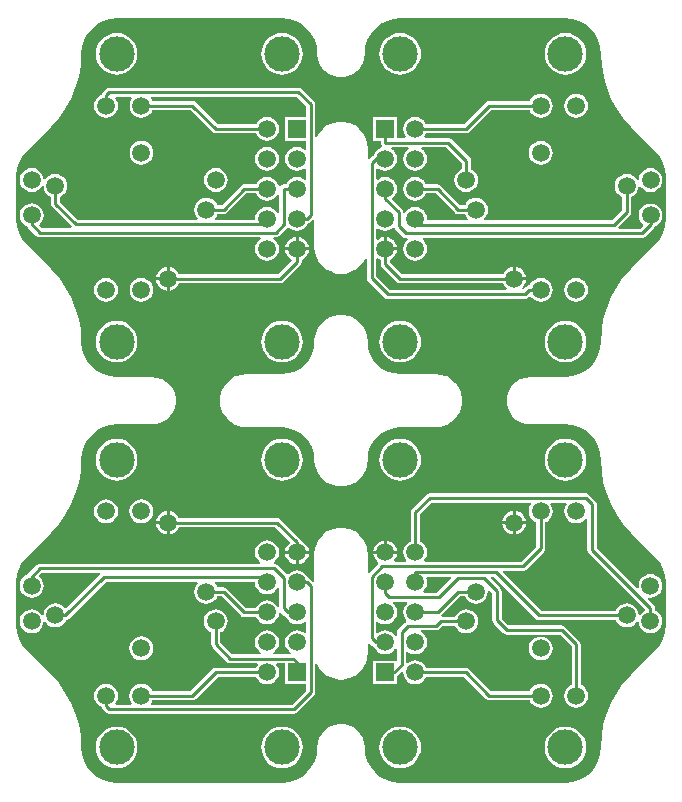
<source format=gbl>
G04*
G04 #@! TF.GenerationSoftware,Altium Limited,Altium Designer,18.1.11 (251)*
G04*
G04 Layer_Physical_Order=2*
G04 Layer_Color=16711680*
%FSLAX25Y25*%
%MOIN*%
G70*
G01*
G75*
%ADD12C,0.01000*%
%ADD18C,0.03937*%
%ADD19C,0.11811*%
%ADD20C,0.05906*%
%ADD21R,0.05906X0.05906*%
G36*
X184658Y332653D02*
X186962Y332426D01*
X189178Y331753D01*
X191220Y330662D01*
X193010Y329193D01*
X194478Y327403D01*
X195570Y325361D01*
X196242Y323146D01*
X196469Y320841D01*
X196641Y319204D01*
X197149Y317639D01*
X197972Y316213D01*
X199074Y314990D01*
X200405Y314022D01*
X201909Y313352D01*
X203519Y313010D01*
X205165Y313010D01*
X206776Y313352D01*
X208279Y314022D01*
X209611Y314989D01*
X210713Y316213D01*
X211536Y317638D01*
X212045Y319204D01*
X212217Y320841D01*
X212444Y323145D01*
X213116Y325361D01*
X214207Y327402D01*
X215676Y329192D01*
X217466Y330661D01*
X219508Y331752D01*
X221724Y332424D01*
X224028Y332651D01*
X279146Y332649D01*
X281450Y332422D01*
X283666Y331750D01*
X285708Y330659D01*
X287498Y329190D01*
X288966Y327400D01*
X290058Y325358D01*
X290730Y323142D01*
X290957Y320838D01*
X291173Y316987D01*
X291819Y313185D01*
X292886Y309479D01*
X294362Y305917D01*
X296227Y302541D01*
X298459Y299396D01*
X301028Y296520D01*
X309150Y288398D01*
X310619Y286608D01*
X311710Y284566D01*
X312382Y282351D01*
X312609Y280047D01*
X312608Y265719D01*
X312381Y263415D01*
X311709Y261199D01*
X310618Y259157D01*
X309149Y257367D01*
X301027Y249246D01*
X298457Y246371D01*
X296225Y243226D01*
X294359Y239850D01*
X292884Y236287D01*
X291816Y232582D01*
X291170Y228780D01*
X290953Y224929D01*
X290726Y222625D01*
X290054Y220409D01*
X288963Y218367D01*
X287494Y216578D01*
X285704Y215109D01*
X283662Y214018D01*
X281446Y213345D01*
X279142Y213119D01*
X267331Y213119D01*
X265694Y212947D01*
X264128Y212438D01*
X262702Y211615D01*
X261479Y210514D01*
X260512Y209182D01*
X259842Y207679D01*
X259500Y206068D01*
X259500Y204422D01*
X259842Y202812D01*
X260511Y201308D01*
X261479Y199977D01*
X262702Y198875D01*
X264128Y198052D01*
X265693Y197543D01*
X267330Y197371D01*
X279141Y197371D01*
X281446Y197143D01*
X283661Y196471D01*
X285703Y195380D01*
X287493Y193911D01*
X288962Y192121D01*
X290053Y190079D01*
X290725Y187863D01*
X290952Y185559D01*
X291168Y181709D01*
X291814Y177907D01*
X292881Y174201D01*
X294357Y170638D01*
X296222Y167262D01*
X298454Y164117D01*
X301024Y161241D01*
X309145Y153120D01*
X310614Y151330D01*
X311705Y149288D01*
X312377Y147072D01*
X312604Y144768D01*
X312603Y130440D01*
X312376Y128136D01*
X311704Y125920D01*
X310613Y123878D01*
X309144Y122089D01*
X301022Y113967D01*
X298452Y111092D01*
X296220Y107947D01*
X294355Y104571D01*
X292879Y101009D01*
X291811Y97303D01*
X291165Y93501D01*
X290948Y89650D01*
X290721Y87346D01*
X290049Y85131D01*
X288958Y83089D01*
X287489Y81299D01*
X285699Y79830D01*
X283657Y78739D01*
X281441Y78067D01*
X279137Y77840D01*
X224019Y77842D01*
X221714Y78069D01*
X219499Y78741D01*
X217457Y79833D01*
X215667Y81301D01*
X214198Y83091D01*
X213107Y85133D01*
X212435Y87349D01*
X212208Y89653D01*
X212036Y91290D01*
X211527Y92856D01*
X210704Y94282D01*
X209603Y95505D01*
X208271Y96473D01*
X206768Y97142D01*
X205157Y97484D01*
X203511Y97484D01*
X201901Y97142D01*
X200397Y96473D01*
X199066Y95505D01*
X197964Y94282D01*
X197141Y92857D01*
X196632Y91291D01*
X196460Y89654D01*
X196233Y87350D01*
X195561Y85134D01*
X194469Y83092D01*
X193000Y81302D01*
X191211Y79834D01*
X189169Y78742D01*
X186953Y78070D01*
X184649Y77843D01*
X129531Y77845D01*
X127226Y78072D01*
X125011Y78745D01*
X122969Y79836D01*
X121179Y81305D01*
X119710Y83095D01*
X118619Y85137D01*
X117947Y87353D01*
X117720Y89657D01*
X117504Y93507D01*
X116858Y97309D01*
X115790Y101015D01*
X114315Y104578D01*
X112450Y107954D01*
X110218Y111099D01*
X107648Y113974D01*
X99527Y122096D01*
X98058Y123886D01*
X96967Y125928D01*
X96295Y128144D01*
X96068Y130448D01*
X96068Y144776D01*
X96295Y147080D01*
X96968Y149295D01*
X98059Y151337D01*
X99528Y153127D01*
X107650Y161249D01*
X110220Y164124D01*
X112452Y167269D01*
X114317Y170644D01*
X115793Y174207D01*
X116861Y177913D01*
X117507Y181715D01*
X117724Y185565D01*
X117950Y187870D01*
X118623Y190085D01*
X119714Y192127D01*
X121183Y193917D01*
X122973Y195386D01*
X125015Y196477D01*
X127231Y197149D01*
X129535Y197376D01*
X141346Y197376D01*
X142983Y197548D01*
X144549Y198056D01*
X145974Y198879D01*
X147198Y199981D01*
X148165Y201312D01*
X148835Y202816D01*
X149177Y204426D01*
X149177Y206072D01*
X148835Y207682D01*
X148166Y209186D01*
X147198Y210518D01*
X145975Y211620D01*
X144549Y212443D01*
X142984Y212951D01*
X141347Y213124D01*
X129535Y213124D01*
X127231Y213351D01*
X125016Y214023D01*
X122974Y215115D01*
X121184Y216584D01*
X119715Y218374D01*
X118624Y220416D01*
X117952Y222631D01*
X117725Y224936D01*
X117509Y228786D01*
X116863Y232588D01*
X115796Y236294D01*
X114320Y239857D01*
X112454Y243232D01*
X110223Y246377D01*
X107653Y249253D01*
X99532Y257375D01*
X98063Y259165D01*
X96972Y261207D01*
X96300Y263423D01*
X96073Y265727D01*
X96073Y280054D01*
X96301Y282359D01*
X96973Y284574D01*
X98064Y286616D01*
X99533Y288406D01*
X107655Y296527D01*
X110225Y299403D01*
X112457Y302548D01*
X114322Y305923D01*
X115798Y309486D01*
X116866Y313192D01*
X117512Y316994D01*
X117728Y320844D01*
X117956Y323148D01*
X118628Y325364D01*
X119719Y327406D01*
X121188Y329196D01*
X122978Y330664D01*
X125020Y331756D01*
X127236Y332428D01*
X129540Y332655D01*
X184658Y332653D01*
D02*
G37*
%LPC*%
G36*
X129540Y327783D02*
X128186Y327649D01*
X128186Y327649D01*
X128186D01*
X126884Y327255D01*
X125684Y326613D01*
X124633Y325750D01*
X123770Y324699D01*
X123129Y323499D01*
X122734Y322198D01*
X122601Y320844D01*
X122734Y319490D01*
X123129Y318188D01*
X123770Y316989D01*
X124633Y315937D01*
X125684Y315074D01*
X126884Y314433D01*
X128186Y314038D01*
X129540Y313905D01*
X130893Y314038D01*
X130893Y314038D01*
X130893D01*
X132195Y314433D01*
X133395Y315074D01*
X134446Y315937D01*
X135309Y316989D01*
X135950Y318188D01*
X136345Y319490D01*
X136478Y320844D01*
X136345Y322198D01*
X135950Y323499D01*
X135309Y324699D01*
X134446Y325750D01*
X133395Y326613D01*
X132195Y327255D01*
X130893Y327649D01*
X129540Y327783D01*
D02*
G37*
G36*
X184658Y327781D02*
X183304Y327647D01*
X182002Y327253D01*
X180803Y326611D01*
X179751Y325748D01*
X178888Y324697D01*
X178247Y323497D01*
X177852Y322196D01*
X177719Y320842D01*
X177852Y319488D01*
X178247Y318186D01*
X178888Y316987D01*
X179751Y315935D01*
X180803Y315072D01*
X182002Y314431D01*
X183304Y314036D01*
X184658Y313903D01*
X186011Y314036D01*
X187313Y314431D01*
X188513Y315072D01*
X189564Y315935D01*
X190427Y316987D01*
X191068Y318186D01*
X191463Y319488D01*
X191596Y320842D01*
X191463Y322196D01*
X191068Y323497D01*
X190427Y324697D01*
X189564Y325748D01*
X188513Y326611D01*
X187313Y327253D01*
X186011Y327647D01*
X184658Y327781D01*
D02*
G37*
G36*
X224028Y327779D02*
X222674Y327646D01*
X221372Y327251D01*
X220173Y326610D01*
X219121Y325747D01*
X218258Y324695D01*
X217617Y323496D01*
X217222Y322194D01*
X217089Y320840D01*
X217222Y319487D01*
X217617Y318185D01*
X218258Y316985D01*
X219121Y315934D01*
X220173Y315071D01*
X221372Y314430D01*
X222674Y314035D01*
X224028Y313901D01*
X225381Y314035D01*
X226683Y314430D01*
X227883Y315071D01*
X228934Y315934D01*
X229797Y316985D01*
X230438Y318185D01*
X230833Y319487D01*
X230967Y320840D01*
X230833Y322194D01*
X230438Y323496D01*
X229797Y324695D01*
X228934Y325747D01*
X227883Y326610D01*
X226683Y327251D01*
X225381Y327646D01*
X224028Y327779D01*
D02*
G37*
G36*
X279146Y327777D02*
X277792Y327644D01*
X276490Y327249D01*
X275291Y326608D01*
X274239Y325745D01*
X273376Y324693D01*
X272735Y323494D01*
X272340Y322192D01*
X272207Y320838D01*
X272207Y320838D01*
X272207Y320838D01*
X272340Y319485D01*
X272735Y318183D01*
X273376Y316983D01*
X274239Y315932D01*
X275291Y315069D01*
X276490Y314428D01*
X277792Y314033D01*
X279146Y313899D01*
X280500Y314033D01*
X281801Y314428D01*
X283001Y315069D01*
X284052Y315932D01*
X284915Y316983D01*
X285557Y318183D01*
X285951Y319485D01*
X286085Y320838D01*
X286085Y320838D01*
X286085Y320838D01*
X285951Y322192D01*
X285557Y323494D01*
X284915Y324693D01*
X284052Y325745D01*
X283001Y326608D01*
X281801Y327249D01*
X280500Y327644D01*
X279146Y327777D01*
D02*
G37*
G36*
X282688Y307580D02*
X281656Y307444D01*
X280695Y307046D01*
X279869Y306412D01*
X279235Y305586D01*
X278837Y304625D01*
X278701Y303593D01*
X278837Y302561D01*
X279235Y301600D01*
X279869Y300774D01*
X280695Y300140D01*
X281656Y299742D01*
X282688Y299606D01*
X283720Y299742D01*
X284681Y300140D01*
X285507Y300774D01*
X286141Y301600D01*
X286539Y302561D01*
X286675Y303593D01*
X286539Y304625D01*
X286141Y305586D01*
X285507Y306412D01*
X284681Y307046D01*
X283720Y307444D01*
X282688Y307580D01*
D02*
G37*
G36*
X190100Y309629D02*
X127000D01*
X126415Y309513D01*
X125919Y309181D01*
X124914Y308176D01*
X124582Y307680D01*
X124498Y307256D01*
X124002Y307050D01*
X123176Y306417D01*
X122542Y305591D01*
X122144Y304630D01*
X122008Y303598D01*
X122144Y302566D01*
X122542Y301604D01*
X123176Y300779D01*
X124002Y300145D01*
X124963Y299747D01*
X125995Y299611D01*
X127027Y299747D01*
X127988Y300145D01*
X128814Y300779D01*
X129448Y301604D01*
X129846Y302566D01*
X129982Y303598D01*
X129846Y304630D01*
X129448Y305591D01*
X129080Y306071D01*
X129326Y306571D01*
X134475D01*
X134721Y306071D01*
X134353Y305591D01*
X133955Y304630D01*
X133819Y303598D01*
X133955Y302566D01*
X134353Y301604D01*
X134987Y300779D01*
X135813Y300145D01*
X136774Y299747D01*
X137806Y299611D01*
X138838Y299747D01*
X139799Y300145D01*
X140625Y300779D01*
X141259Y301604D01*
X141451Y302068D01*
X154166D01*
X161475Y294760D01*
X161971Y294429D01*
X162556Y294312D01*
X176013D01*
X176205Y293848D01*
X176839Y293023D01*
X177664Y292389D01*
X178626Y291991D01*
X179658Y291855D01*
X180690Y291991D01*
X181651Y292389D01*
X182477Y293023D01*
X183110Y293848D01*
X183509Y294810D01*
X183644Y295842D01*
X183509Y296874D01*
X183110Y297835D01*
X182477Y298661D01*
X181651Y299294D01*
X180690Y299693D01*
X179658Y299829D01*
X178626Y299693D01*
X177664Y299294D01*
X176839Y298661D01*
X176205Y297835D01*
X176013Y297371D01*
X163189D01*
X155881Y304679D01*
X155385Y305011D01*
X154800Y305127D01*
X141451D01*
X141259Y305591D01*
X140891Y306071D01*
X141138Y306571D01*
X189467D01*
X192671Y303366D01*
Y299795D01*
X185705D01*
Y291889D01*
X192671D01*
Y289142D01*
X192171Y288896D01*
X191651Y289295D01*
X190690Y289693D01*
X189658Y289829D01*
X188626Y289693D01*
X187664Y289295D01*
X186838Y288661D01*
X186205Y287835D01*
X185807Y286874D01*
X185671Y285842D01*
X185807Y284810D01*
X186205Y283848D01*
X186838Y283023D01*
X187664Y282389D01*
X188626Y281991D01*
X189658Y281855D01*
X190690Y281991D01*
X191651Y282389D01*
X192171Y282788D01*
X192671Y282541D01*
Y279142D01*
X192171Y278896D01*
X191651Y279294D01*
X190690Y279693D01*
X189658Y279829D01*
X188626Y279693D01*
X187664Y279294D01*
X186838Y278661D01*
X186205Y277835D01*
X186013Y277371D01*
X185200D01*
X184615Y277255D01*
X184119Y276923D01*
X184025Y276783D01*
X183588Y276860D01*
X183499Y276896D01*
X183110Y277835D01*
X182477Y278661D01*
X181651Y279294D01*
X180690Y279693D01*
X179658Y279829D01*
X178626Y279693D01*
X177664Y279294D01*
X176839Y278661D01*
X176205Y277835D01*
X176013Y277371D01*
X172042D01*
X171457Y277255D01*
X170960Y276923D01*
X164519Y270482D01*
X163026D01*
X162833Y270946D01*
X162200Y271771D01*
X161374Y272405D01*
X160413Y272803D01*
X159381Y272939D01*
X158349Y272803D01*
X157387Y272405D01*
X156562Y271771D01*
X155928Y270946D01*
X155530Y269984D01*
X155394Y268952D01*
X155530Y267920D01*
X155928Y266959D01*
X156562Y266133D01*
X156601Y266103D01*
X156440Y265629D01*
X116633D01*
X110674Y271589D01*
Y273181D01*
X111138Y273374D01*
X111964Y274007D01*
X112597Y274833D01*
X112996Y275794D01*
X113131Y276826D01*
X112996Y277858D01*
X112597Y278820D01*
X111964Y279645D01*
X111138Y280279D01*
X110177Y280677D01*
X109145Y280813D01*
X108113Y280677D01*
X107151Y280279D01*
X106325Y279645D01*
X105692Y278820D01*
X105205Y278846D01*
X105169Y278865D01*
X105043Y279826D01*
X104645Y280788D01*
X104011Y281614D01*
X103185Y282247D01*
X102224Y282646D01*
X101192Y282782D01*
X100160Y282646D01*
X99198Y282247D01*
X98373Y281614D01*
X97739Y280788D01*
X97341Y279826D01*
X97205Y278795D01*
X97341Y277763D01*
X97739Y276801D01*
X98373Y275975D01*
X99198Y275342D01*
X100160Y274944D01*
X101192Y274808D01*
X102224Y274944D01*
X103185Y275342D01*
X104011Y275975D01*
X104645Y276801D01*
X105132Y276775D01*
X105167Y276756D01*
X105294Y275794D01*
X105692Y274833D01*
X106325Y274007D01*
X107151Y273374D01*
X107615Y273181D01*
Y270955D01*
X107732Y270370D01*
X108063Y269874D01*
X114608Y263329D01*
X114401Y262829D01*
X104525D01*
X103815Y263540D01*
X103847Y264039D01*
X104011Y264164D01*
X104645Y264990D01*
X105043Y265952D01*
X105179Y266984D01*
X105043Y268016D01*
X104645Y268977D01*
X104011Y269803D01*
X103185Y270436D01*
X102224Y270835D01*
X101192Y270971D01*
X100160Y270835D01*
X99198Y270436D01*
X98373Y269803D01*
X97739Y268977D01*
X97341Y268016D01*
X97205Y266984D01*
X97341Y265952D01*
X97739Y264990D01*
X98373Y264164D01*
X99198Y263531D01*
X99894Y263243D01*
X100110Y262919D01*
X102810Y260219D01*
X103306Y259887D01*
X103892Y259771D01*
X177375D01*
X177636Y259324D01*
X177633Y259271D01*
X176839Y258661D01*
X176205Y257835D01*
X175807Y256874D01*
X175671Y255842D01*
X175807Y254810D01*
X176205Y253848D01*
X176839Y253023D01*
X177664Y252389D01*
X178626Y251991D01*
X179658Y251855D01*
X180690Y251991D01*
X181651Y252389D01*
X182477Y253023D01*
X183110Y253848D01*
X183509Y254810D01*
X183644Y255842D01*
X183509Y256874D01*
X183110Y257835D01*
X182477Y258661D01*
X181682Y259271D01*
X181680Y259324D01*
X181940Y259771D01*
X182500D01*
X183085Y259887D01*
X183581Y260219D01*
X186281Y262919D01*
X186340Y263006D01*
X186580Y263014D01*
X186914Y262965D01*
X187664Y262389D01*
X188626Y261991D01*
X189658Y261855D01*
X190690Y261991D01*
X191651Y262389D01*
X192477Y263023D01*
X193110Y263848D01*
X193326Y264369D01*
X193627Y264429D01*
X194123Y264760D01*
X194947Y265584D01*
X195447Y265377D01*
X195447Y256429D01*
X195457Y256376D01*
X195452Y256322D01*
X195624Y254685D01*
X195656Y254583D01*
X195669Y254477D01*
X196177Y252911D01*
X196230Y252818D01*
X196264Y252716D01*
X197087Y251291D01*
X197157Y251210D01*
X197212Y251118D01*
X198314Y249895D01*
X198399Y249831D01*
X198472Y249752D01*
X199804Y248785D01*
X199901Y248740D01*
X199988Y248678D01*
X201492Y248008D01*
X201596Y247985D01*
X201695Y247943D01*
X203305Y247600D01*
X203412Y247599D01*
X203517Y247578D01*
X205163Y247578D01*
X205268Y247599D01*
X205375Y247600D01*
X206985Y247942D01*
X207084Y247985D01*
X207188Y248008D01*
X208692Y248678D01*
X208779Y248740D01*
X208876Y248784D01*
X210208Y249752D01*
X210281Y249830D01*
X210367Y249894D01*
X211468Y251118D01*
X211523Y251210D01*
X211593Y251290D01*
X212240Y252411D01*
X212847Y252589D01*
X212896Y252574D01*
X212971Y252525D01*
Y246200D01*
X213087Y245615D01*
X213419Y245119D01*
X218919Y239619D01*
X219415Y239287D01*
X220000Y239171D01*
X265524D01*
X266110Y239287D01*
X266606Y239619D01*
X266993Y240006D01*
X267621Y239926D01*
X268058Y239356D01*
X268884Y238723D01*
X269845Y238325D01*
X270877Y238189D01*
X271909Y238325D01*
X272870Y238723D01*
X273696Y239356D01*
X274330Y240182D01*
X274728Y241144D01*
X274864Y242176D01*
X274728Y243208D01*
X274330Y244169D01*
X273696Y244995D01*
X272870Y245628D01*
X271909Y246027D01*
X270877Y246163D01*
X269845Y246027D01*
X268884Y245628D01*
X268058Y244995D01*
X267424Y244169D01*
X267232Y243705D01*
X267000D01*
X266415Y243589D01*
X265919Y243257D01*
X265053Y242392D01*
X264837Y242426D01*
X264703Y242954D01*
X264838Y243057D01*
X265471Y243883D01*
X265870Y244845D01*
X265940Y245376D01*
X262019D01*
Y245876D01*
X261519D01*
Y249797D01*
X260987Y249727D01*
X260025Y249329D01*
X259200Y248695D01*
X258566Y247870D01*
X258374Y247406D01*
X224634D01*
X220557Y251482D01*
Y252197D01*
X221021Y252389D01*
X221847Y253023D01*
X222481Y253848D01*
X222879Y254810D01*
X222949Y255342D01*
X219028D01*
Y255842D01*
X218528D01*
Y259763D01*
X217996Y259693D01*
X217034Y259295D01*
X216529Y258907D01*
X216029Y259154D01*
Y262530D01*
X216529Y262777D01*
X217034Y262389D01*
X217996Y261991D01*
X219028Y261855D01*
X220060Y261991D01*
X221021Y262389D01*
X221594Y262829D01*
X221679Y262844D01*
X222196Y262733D01*
X222225Y262708D01*
X222419Y262419D01*
X224919Y259919D01*
X225415Y259587D01*
X226000Y259471D01*
X226443D01*
X226612Y258971D01*
X226209Y258661D01*
X225575Y257835D01*
X225177Y256874D01*
X225041Y255842D01*
X225177Y254810D01*
X225575Y253848D01*
X226209Y253023D01*
X227034Y252389D01*
X227996Y251991D01*
X229028Y251855D01*
X230060Y251991D01*
X231021Y252389D01*
X231847Y253023D01*
X232481Y253848D01*
X232879Y254810D01*
X233015Y255842D01*
X232879Y256874D01*
X232481Y257835D01*
X231847Y258661D01*
X231443Y258971D01*
X231613Y259471D01*
X304491D01*
X305076Y259587D01*
X305572Y259919D01*
X308572Y262919D01*
X308785Y263236D01*
X309484Y263526D01*
X310310Y264160D01*
X310944Y264985D01*
X311342Y265947D01*
X311478Y266979D01*
X311342Y268011D01*
X310944Y268972D01*
X310310Y269798D01*
X309484Y270431D01*
X308523Y270830D01*
X307491Y270966D01*
X306459Y270830D01*
X305498Y270431D01*
X304672Y269798D01*
X304038Y268972D01*
X303640Y268011D01*
X303504Y266979D01*
X303640Y265947D01*
X304038Y264985D01*
X304672Y264160D01*
X304833Y264036D01*
X304865Y263537D01*
X303857Y262529D01*
X296938D01*
X296731Y263029D01*
X300620Y266919D01*
X300951Y267415D01*
X301068Y268000D01*
Y273176D01*
X301532Y273369D01*
X302358Y274002D01*
X302991Y274828D01*
X303389Y275789D01*
X303516Y276751D01*
X303551Y276770D01*
X304038Y276796D01*
X304672Y275971D01*
X305498Y275337D01*
X306459Y274939D01*
X307491Y274803D01*
X308523Y274939D01*
X309484Y275337D01*
X310310Y275971D01*
X310944Y276796D01*
X311342Y277758D01*
X311478Y278790D01*
X311342Y279822D01*
X310944Y280783D01*
X310310Y281609D01*
X309484Y282242D01*
X308523Y282641D01*
X307491Y282777D01*
X306459Y282641D01*
X305498Y282242D01*
X304672Y281609D01*
X304038Y280783D01*
X303640Y279822D01*
X303513Y278860D01*
X303478Y278841D01*
X302991Y278815D01*
X302358Y279640D01*
X301532Y280274D01*
X300570Y280672D01*
X299538Y280808D01*
X298506Y280672D01*
X297545Y280274D01*
X296719Y279640D01*
X296086Y278815D01*
X295687Y277853D01*
X295551Y276821D01*
X295687Y275789D01*
X296086Y274828D01*
X296719Y274002D01*
X297545Y273369D01*
X298009Y273176D01*
Y268634D01*
X294805Y265429D01*
X252032D01*
X251862Y265929D01*
X252121Y266128D01*
X252755Y266954D01*
X253153Y267915D01*
X253289Y268947D01*
X253153Y269979D01*
X252755Y270941D01*
X252121Y271766D01*
X251296Y272400D01*
X250334Y272798D01*
X249302Y272934D01*
X248270Y272798D01*
X247309Y272400D01*
X246483Y271766D01*
X245849Y270941D01*
X245657Y270477D01*
X244028D01*
X237581Y276923D01*
X237085Y277255D01*
X236500Y277371D01*
X232673D01*
X232481Y277835D01*
X231847Y278661D01*
X231021Y279294D01*
X230060Y279693D01*
X229028Y279829D01*
X227996Y279693D01*
X227034Y279294D01*
X226209Y278661D01*
X225575Y277835D01*
X225177Y276874D01*
X225041Y275842D01*
X225177Y274810D01*
X225575Y273848D01*
X226209Y273023D01*
X227034Y272389D01*
X227996Y271991D01*
X229028Y271855D01*
X230060Y271991D01*
X231021Y272389D01*
X231847Y273023D01*
X232481Y273848D01*
X232673Y274312D01*
X235866D01*
X242313Y267866D01*
X242809Y267534D01*
X243395Y267418D01*
X245657D01*
X245849Y266954D01*
X246483Y266128D01*
X246742Y265929D01*
X246572Y265429D01*
X233340D01*
X233010Y265805D01*
X233015Y265842D01*
X232879Y266874D01*
X232481Y267835D01*
X231847Y268661D01*
X231021Y269295D01*
X230060Y269693D01*
X229028Y269829D01*
X227996Y269693D01*
X227034Y269295D01*
X226209Y268661D01*
X225575Y267835D01*
X225529Y267725D01*
X225029Y267824D01*
Y268000D01*
X224913Y268585D01*
X224581Y269081D01*
X221432Y272231D01*
X221465Y272730D01*
X221847Y273023D01*
X222481Y273848D01*
X222879Y274810D01*
X223015Y275842D01*
X222879Y276874D01*
X222481Y277835D01*
X221847Y278661D01*
X221021Y279294D01*
X220060Y279693D01*
X219028Y279829D01*
X217996Y279693D01*
X217034Y279294D01*
X216529Y278907D01*
X216029Y279154D01*
Y282530D01*
X216529Y282777D01*
X217034Y282389D01*
X217996Y281991D01*
X219028Y281855D01*
X220060Y281991D01*
X221021Y282389D01*
X221847Y283023D01*
X222481Y283848D01*
X222879Y284810D01*
X223015Y285842D01*
X222879Y286874D01*
X222481Y287835D01*
X221847Y288661D01*
X221052Y289271D01*
X221050Y289324D01*
X221310Y289771D01*
X226745D01*
X227006Y289324D01*
X227003Y289271D01*
X226209Y288661D01*
X225575Y287835D01*
X225177Y286874D01*
X225041Y285842D01*
X225177Y284810D01*
X225575Y283848D01*
X226209Y283023D01*
X227034Y282389D01*
X227996Y281991D01*
X229028Y281855D01*
X230060Y281991D01*
X231021Y282389D01*
X231847Y283023D01*
X232481Y283848D01*
X232879Y284810D01*
X233015Y285842D01*
X232879Y286874D01*
X232481Y287835D01*
X231847Y288661D01*
X231052Y289271D01*
X231050Y289324D01*
X231310Y289771D01*
X239367D01*
X244544Y284593D01*
Y282435D01*
X244080Y282242D01*
X243255Y281609D01*
X242621Y280783D01*
X242223Y279822D01*
X242087Y278790D01*
X242223Y277758D01*
X242621Y276796D01*
X243255Y275971D01*
X244080Y275337D01*
X245042Y274939D01*
X246074Y274803D01*
X247106Y274939D01*
X248067Y275337D01*
X248893Y275971D01*
X249527Y276796D01*
X249925Y277758D01*
X250061Y278790D01*
X249925Y279822D01*
X249527Y280783D01*
X248893Y281609D01*
X248067Y282242D01*
X247603Y282435D01*
Y285226D01*
X247487Y285811D01*
X247155Y286308D01*
X241081Y292381D01*
X240585Y292713D01*
X240000Y292829D01*
X232329D01*
X232082Y293329D01*
X232481Y293848D01*
X232673Y294312D01*
X246000D01*
X246585Y294429D01*
X247081Y294760D01*
X254385Y302064D01*
X267232D01*
X267424Y301600D01*
X268058Y300774D01*
X268884Y300140D01*
X269845Y299742D01*
X270877Y299606D01*
X271909Y299742D01*
X272870Y300140D01*
X273696Y300774D01*
X274330Y301600D01*
X274728Y302561D01*
X274864Y303593D01*
X274728Y304625D01*
X274330Y305586D01*
X273696Y306412D01*
X272870Y307046D01*
X271909Y307444D01*
X270877Y307580D01*
X269845Y307444D01*
X268884Y307046D01*
X268058Y306412D01*
X267424Y305586D01*
X267232Y305122D01*
X253751D01*
X253166Y305006D01*
X252670Y304674D01*
X245367Y297371D01*
X232673D01*
X232481Y297835D01*
X231847Y298661D01*
X231021Y299294D01*
X230060Y299693D01*
X229028Y299829D01*
X227996Y299693D01*
X227034Y299294D01*
X226209Y298661D01*
X225575Y297835D01*
X225177Y296874D01*
X225041Y295842D01*
X225177Y294810D01*
X225575Y293848D01*
X225973Y293329D01*
X225727Y292829D01*
X222980D01*
Y299795D01*
X215075D01*
Y291889D01*
X217498D01*
Y291300D01*
X217615Y290715D01*
X217946Y290219D01*
X217981Y290195D01*
X217988Y289969D01*
X217896Y289651D01*
X217034Y289295D01*
X216209Y288661D01*
X215575Y287835D01*
X215304Y287181D01*
X214919Y286923D01*
X213735Y285740D01*
X213235Y285947D01*
X213235Y289345D01*
X213225Y289398D01*
X213229Y289451D01*
X213057Y291088D01*
X213026Y291191D01*
X213013Y291297D01*
X212505Y292862D01*
X212452Y292956D01*
X212418Y293057D01*
X211595Y294483D01*
X211524Y294563D01*
X211470Y294655D01*
X210368Y295879D01*
X210282Y295942D01*
X210210Y296021D01*
X208878Y296989D01*
X208781Y297034D01*
X208694Y297095D01*
X207190Y297765D01*
X207085Y297789D01*
X206987Y297831D01*
X205377Y298173D01*
X205270Y298175D01*
X205165Y298195D01*
X203519Y298196D01*
X203414Y298175D01*
X203307Y298173D01*
X201697Y297831D01*
X201598Y297789D01*
X201494Y297765D01*
X199990Y297096D01*
X199903Y297034D01*
X199805Y296989D01*
X198474Y296022D01*
X198401Y295943D01*
X198315Y295879D01*
X197214Y294656D01*
X197159Y294564D01*
X197089Y294483D01*
X196265Y293058D01*
X196231Y292956D01*
X196229Y292954D01*
X195729Y292997D01*
Y304000D01*
X195613Y304585D01*
X195281Y305081D01*
X191181Y309181D01*
X190685Y309513D01*
X190100Y309629D01*
D02*
G37*
G36*
X137806Y291837D02*
X136774Y291701D01*
X135813Y291302D01*
X134987Y290669D01*
X134353Y289843D01*
X133955Y288882D01*
X133819Y287850D01*
X133955Y286818D01*
X134353Y285856D01*
X134987Y285031D01*
X135813Y284397D01*
X136774Y283999D01*
X137806Y283863D01*
X138838Y283999D01*
X139799Y284397D01*
X140625Y285031D01*
X141259Y285856D01*
X141657Y286818D01*
X141793Y287850D01*
X141657Y288882D01*
X141259Y289843D01*
X140625Y290669D01*
X139799Y291302D01*
X138838Y291701D01*
X137806Y291837D01*
D02*
G37*
G36*
X270877Y291832D02*
X269845Y291696D01*
X268884Y291298D01*
X268058Y290664D01*
X267424Y289838D01*
X267026Y288877D01*
X266890Y287845D01*
X267026Y286813D01*
X267424Y285851D01*
X268058Y285026D01*
X268884Y284392D01*
X269845Y283994D01*
X270877Y283858D01*
X271909Y283994D01*
X272870Y284392D01*
X273696Y285026D01*
X274330Y285851D01*
X274728Y286813D01*
X274864Y287845D01*
X274728Y288877D01*
X274330Y289838D01*
X273696Y290664D01*
X272870Y291298D01*
X271909Y291696D01*
X270877Y291832D01*
D02*
G37*
G36*
X179658Y289829D02*
X178626Y289693D01*
X177664Y289295D01*
X176839Y288661D01*
X176205Y287835D01*
X175807Y286874D01*
X175671Y285842D01*
X175807Y284810D01*
X176205Y283848D01*
X176839Y283023D01*
X177664Y282389D01*
X178626Y281991D01*
X179658Y281855D01*
X180690Y281991D01*
X181651Y282389D01*
X182477Y283023D01*
X183110Y283848D01*
X183509Y284810D01*
X183644Y285842D01*
X183509Y286874D01*
X183110Y287835D01*
X182477Y288661D01*
X181651Y289295D01*
X180690Y289693D01*
X179658Y289829D01*
D02*
G37*
G36*
X162609Y282782D02*
X161577Y282646D01*
X160616Y282247D01*
X159790Y281614D01*
X159157Y280788D01*
X158758Y279826D01*
X158622Y278795D01*
X158758Y277763D01*
X159157Y276801D01*
X159790Y275975D01*
X160616Y275342D01*
X161577Y274944D01*
X162609Y274808D01*
X163641Y274944D01*
X164603Y275342D01*
X165428Y275975D01*
X166062Y276801D01*
X166460Y277763D01*
X166596Y278795D01*
X166460Y279826D01*
X166062Y280788D01*
X165428Y281614D01*
X164603Y282247D01*
X163641Y282646D01*
X162609Y282782D01*
D02*
G37*
G36*
X219528Y259763D02*
Y256342D01*
X222949D01*
X222879Y256874D01*
X222481Y257835D01*
X221847Y258661D01*
X221021Y259295D01*
X220060Y259693D01*
X219528Y259763D01*
D02*
G37*
G36*
X190158D02*
Y256342D01*
X193579D01*
X193509Y256874D01*
X193110Y257835D01*
X192477Y258661D01*
X191651Y259295D01*
X190690Y259693D01*
X190158Y259763D01*
D02*
G37*
G36*
X189158D02*
X188626Y259693D01*
X187664Y259295D01*
X186838Y258661D01*
X186205Y257835D01*
X185807Y256874D01*
X185737Y256342D01*
X189158D01*
Y259763D01*
D02*
G37*
G36*
X193579Y255342D02*
X189658D01*
X185737D01*
X185807Y254810D01*
X186205Y253848D01*
X186838Y253023D01*
X187664Y252389D01*
X187703Y252373D01*
X187820Y251783D01*
X183448Y247411D01*
X150309D01*
X150117Y247875D01*
X149483Y248700D01*
X148658Y249334D01*
X147696Y249732D01*
X147164Y249802D01*
Y245881D01*
Y241960D01*
X147696Y242030D01*
X148658Y242428D01*
X149483Y243062D01*
X150117Y243888D01*
X150309Y244352D01*
X184081D01*
X184667Y244468D01*
X185163Y244800D01*
X190739Y250376D01*
X191071Y250872D01*
X191187Y251458D01*
Y252197D01*
X191651Y252389D01*
X192477Y253023D01*
X193110Y253848D01*
X193509Y254810D01*
X193579Y255342D01*
D02*
G37*
G36*
X146164Y249802D02*
X145632Y249732D01*
X144671Y249334D01*
X143845Y248700D01*
X143211Y247875D01*
X142813Y246913D01*
X142743Y246381D01*
X146164D01*
Y249802D01*
D02*
G37*
G36*
X262519Y249797D02*
Y246376D01*
X265940D01*
X265870Y246908D01*
X265471Y247870D01*
X264838Y248695D01*
X264012Y249329D01*
X263051Y249727D01*
X262519Y249797D01*
D02*
G37*
G36*
X146164Y245381D02*
X142743D01*
X142813Y244849D01*
X143211Y243888D01*
X143845Y243062D01*
X144671Y242428D01*
X145632Y242030D01*
X146164Y241960D01*
Y245381D01*
D02*
G37*
G36*
X137806Y246167D02*
X136774Y246031D01*
X135813Y245633D01*
X134987Y245000D01*
X134353Y244174D01*
X133955Y243212D01*
X133819Y242180D01*
X133955Y241148D01*
X134353Y240187D01*
X134987Y239361D01*
X135813Y238728D01*
X136774Y238329D01*
X137806Y238193D01*
X138838Y238329D01*
X139799Y238728D01*
X140625Y239361D01*
X141259Y240187D01*
X141657Y241148D01*
X141793Y242180D01*
X141657Y243212D01*
X141259Y244174D01*
X140625Y245000D01*
X139799Y245633D01*
X138838Y246031D01*
X137806Y246167D01*
D02*
G37*
G36*
X125995D02*
X124963Y246031D01*
X124002Y245633D01*
X123176Y245000D01*
X122542Y244174D01*
X122144Y243212D01*
X122008Y242180D01*
X122144Y241148D01*
X122542Y240187D01*
X123176Y239361D01*
X124002Y238728D01*
X124963Y238329D01*
X125995Y238193D01*
X127027Y238329D01*
X127988Y238728D01*
X128814Y239361D01*
X129448Y240187D01*
X129846Y241148D01*
X129982Y242180D01*
X129846Y243212D01*
X129448Y244174D01*
X128814Y245000D01*
X127988Y245633D01*
X127027Y246031D01*
X125995Y246167D01*
D02*
G37*
G36*
X282688Y246163D02*
X281656Y246027D01*
X280695Y245628D01*
X279869Y244995D01*
X279235Y244169D01*
X278837Y243208D01*
X278701Y242176D01*
X278837Y241144D01*
X279235Y240182D01*
X279869Y239356D01*
X280695Y238723D01*
X281656Y238325D01*
X282688Y238189D01*
X283720Y238325D01*
X284681Y238723D01*
X285507Y239356D01*
X286141Y240182D01*
X286539Y241144D01*
X286675Y242176D01*
X286539Y243208D01*
X286141Y244169D01*
X285507Y244995D01*
X284681Y245628D01*
X283720Y246027D01*
X282688Y246163D01*
D02*
G37*
G36*
X129536Y231874D02*
X128182Y231741D01*
X126881Y231346D01*
X125681Y230705D01*
X124629Y229842D01*
X123767Y228790D01*
X123125Y227591D01*
X122730Y226289D01*
X122730Y226289D01*
X122597Y224935D01*
X122730Y223581D01*
X123125Y222280D01*
X123767Y221080D01*
X124629Y220028D01*
X125681Y219166D01*
X126881Y218524D01*
X128182Y218129D01*
X129536Y217996D01*
X130890Y218129D01*
X132191Y218524D01*
X133391Y219166D01*
X134442Y220028D01*
X135306Y221080D01*
X135947Y222280D01*
X136342Y223581D01*
X136342Y223582D01*
X136475Y224935D01*
X136342Y226289D01*
X135947Y227591D01*
X135306Y228790D01*
X134443Y229842D01*
X133391Y230705D01*
X132191Y231346D01*
X130890Y231741D01*
X129536Y231874D01*
D02*
G37*
G36*
X184654Y231872D02*
X183300Y231739D01*
X181999Y231344D01*
X180799Y230703D01*
X179747Y229840D01*
X178885Y228788D01*
X178243Y227589D01*
X177848Y226287D01*
X177715Y224933D01*
X177848Y223579D01*
X178243Y222278D01*
X178885Y221078D01*
X179747Y220026D01*
X180799Y219164D01*
X181999Y218522D01*
X183300Y218127D01*
X184654Y217994D01*
X186008Y218127D01*
X187310Y218522D01*
X188509Y219163D01*
X189561Y220026D01*
X190424Y221078D01*
X191065Y222278D01*
X191460Y223579D01*
X191593Y224933D01*
X191460Y226287D01*
X191065Y227588D01*
X190424Y228788D01*
X189561Y229840D01*
X188509Y230702D01*
X187310Y231344D01*
X186008Y231739D01*
X184654Y231872D01*
D02*
G37*
G36*
X224024Y231871D02*
X222670Y231737D01*
X221369Y231342D01*
X220169Y230701D01*
X219118Y229838D01*
X218255Y228787D01*
X217613Y227587D01*
X217219Y226285D01*
X217085Y224932D01*
X217219Y223578D01*
X217613Y222276D01*
X218255Y221077D01*
X219118Y220025D01*
X220169Y219162D01*
X221369Y218521D01*
X222671Y218126D01*
X224024Y217993D01*
X225378Y218126D01*
X226680Y218521D01*
X227879Y219162D01*
X228931Y220025D01*
X229794Y221076D01*
X230435Y222276D01*
X230830Y223578D01*
X230963Y224932D01*
X230830Y226285D01*
X230435Y227587D01*
X229794Y228787D01*
X228931Y229838D01*
X227879Y230701D01*
X226680Y231342D01*
X225378Y231737D01*
X224024Y231871D01*
D02*
G37*
G36*
X279142Y231869D02*
X277789Y231735D01*
X277789Y231735D01*
X277789Y231735D01*
X276487Y231340D01*
X275287Y230699D01*
X274236Y229836D01*
X273373Y228785D01*
X272732Y227585D01*
X272337Y226283D01*
X272203Y224930D01*
X272337Y223576D01*
X272732Y222274D01*
X273373Y221075D01*
X274236Y220023D01*
X275287Y219160D01*
X276487Y218519D01*
X277789Y218124D01*
X279142Y217991D01*
X280496Y218124D01*
X280496Y218124D01*
X280496Y218124D01*
X281798Y218519D01*
X282997Y219160D01*
X284049Y220023D01*
X284912Y221075D01*
X285553Y222274D01*
X285948Y223576D01*
X286081Y224930D01*
X285948Y226283D01*
X285553Y227585D01*
X284912Y228785D01*
X284049Y229836D01*
X282997Y230699D01*
X281798Y231340D01*
X280496Y231735D01*
X279142Y231869D01*
D02*
G37*
G36*
X203516Y233783D02*
X203411Y233762D01*
X203304Y233761D01*
X201694Y233418D01*
X201596Y233376D01*
X201491Y233352D01*
X199988Y232683D01*
X199900Y232621D01*
X199803Y232576D01*
X198471Y231609D01*
X198399Y231530D01*
X198313Y231466D01*
X197211Y230243D01*
X197157Y230151D01*
X197086Y230071D01*
X196263Y228645D01*
X196229Y228544D01*
X196176Y228450D01*
X195668Y226885D01*
X195655Y226779D01*
X195623Y226676D01*
X195451Y225039D01*
X195451Y225036D01*
X195450Y225033D01*
X195233Y222828D01*
X194619Y220805D01*
X193623Y218940D01*
X192281Y217306D01*
X190646Y215964D01*
X188781Y214967D01*
X186758Y214354D01*
X184604Y214142D01*
X172843Y214142D01*
X172790Y214132D01*
X172736Y214137D01*
X171099Y213965D01*
X170997Y213933D01*
X170890Y213920D01*
X169325Y213411D01*
X169231Y213359D01*
X169130Y213325D01*
X167705Y212502D01*
X167624Y212431D01*
X167532Y212377D01*
X166309Y211275D01*
X166245Y211189D01*
X166166Y211117D01*
X165199Y209785D01*
X165154Y209688D01*
X165092Y209600D01*
X164422Y208097D01*
X164399Y207992D01*
X164357Y207894D01*
X164014Y206284D01*
X164013Y206177D01*
X163992Y206072D01*
X163992Y204426D01*
X164013Y204321D01*
X164014Y204214D01*
X164356Y202604D01*
X164399Y202505D01*
X164422Y202401D01*
X165092Y200897D01*
X165153Y200810D01*
X165198Y200712D01*
X166166Y199381D01*
X166244Y199308D01*
X166308Y199222D01*
X167532Y198121D01*
X167624Y198066D01*
X167704Y197995D01*
X169130Y197172D01*
X169231Y197138D01*
X169324Y197086D01*
X170890Y196577D01*
X170996Y196564D01*
X171098Y196533D01*
X172735Y196360D01*
X172789Y196365D01*
X172842Y196355D01*
X184603Y196354D01*
X186757Y196142D01*
X188781Y195528D01*
X190646Y194531D01*
X192280Y193190D01*
X193622Y191555D01*
X194618Y189690D01*
X195232Y187667D01*
X195449Y185463D01*
X195450Y185459D01*
X195450Y185456D01*
X195622Y183819D01*
X195653Y183717D01*
X195666Y183610D01*
X196175Y182045D01*
X196227Y181951D01*
X196261Y181850D01*
X197084Y180424D01*
X197155Y180344D01*
X197210Y180252D01*
X198311Y179029D01*
X198397Y178965D01*
X198469Y178886D01*
X199801Y177919D01*
X199898Y177874D01*
X199986Y177812D01*
X201489Y177142D01*
X201594Y177119D01*
X201692Y177076D01*
X203302Y176734D01*
X203409Y176733D01*
X203514Y176712D01*
X205160Y176712D01*
X205265Y176733D01*
X205372Y176734D01*
X206983Y177076D01*
X207081Y177119D01*
X207185Y177142D01*
X208689Y177812D01*
X208776Y177873D01*
X208874Y177918D01*
X210206Y178886D01*
X210278Y178964D01*
X210364Y179028D01*
X211465Y180252D01*
X211520Y180343D01*
X211591Y180424D01*
X212414Y181850D01*
X212448Y181951D01*
X212501Y182044D01*
X213009Y183610D01*
X213022Y183716D01*
X213054Y183818D01*
X213226Y185455D01*
X213225Y185459D01*
X213226Y185462D01*
X213444Y187666D01*
X214057Y189690D01*
X215054Y191554D01*
X216396Y193189D01*
X218030Y194530D01*
X219895Y195527D01*
X221919Y196141D01*
X224073Y196353D01*
X235834Y196353D01*
X235887Y196363D01*
X235941Y196358D01*
X237578Y196530D01*
X237680Y196562D01*
X237786Y196574D01*
X239352Y197083D01*
X239445Y197135D01*
X239547Y197170D01*
X240972Y197993D01*
X241053Y198063D01*
X241145Y198118D01*
X242368Y199220D01*
X242432Y199305D01*
X242511Y199378D01*
X243478Y200710D01*
X243523Y200807D01*
X243585Y200894D01*
X244254Y202398D01*
X244278Y202502D01*
X244320Y202601D01*
X244663Y204211D01*
X244664Y204318D01*
X244685Y204423D01*
X244685Y206069D01*
X244664Y206174D01*
X244663Y206281D01*
X244321Y207891D01*
X244278Y207989D01*
X244255Y208094D01*
X243585Y209598D01*
X243523Y209685D01*
X243479Y209782D01*
X242511Y211114D01*
X242432Y211187D01*
X242368Y211272D01*
X241145Y212374D01*
X241053Y212429D01*
X240973Y212499D01*
X239547Y213322D01*
X239446Y213357D01*
X239352Y213409D01*
X237787Y213918D01*
X237681Y213930D01*
X237579Y213962D01*
X235941Y214134D01*
X235888Y214129D01*
X235835Y214140D01*
X224074Y214140D01*
X221919Y214352D01*
X219896Y214966D01*
X218031Y215963D01*
X216397Y217305D01*
X215055Y218939D01*
X214059Y220804D01*
X213445Y222828D01*
X213228Y225032D01*
X213227Y225035D01*
X213227Y225039D01*
X213055Y226676D01*
X213023Y226778D01*
X213011Y226884D01*
X212502Y228450D01*
X212450Y228543D01*
X212416Y228644D01*
X211593Y230070D01*
X211522Y230151D01*
X211467Y230242D01*
X210366Y231466D01*
X210280Y231530D01*
X210207Y231609D01*
X208876Y232576D01*
X208779Y232621D01*
X208691Y232683D01*
X207187Y233352D01*
X207083Y233376D01*
X206985Y233418D01*
X205375Y233760D01*
X205268Y233762D01*
X205163Y233783D01*
X203516Y233783D01*
D02*
G37*
G36*
X129535Y192504D02*
X129534D01*
X128181Y192371D01*
X126879Y191976D01*
X125680Y191334D01*
X124628Y190472D01*
X123765Y189420D01*
X123124Y188220D01*
X122729Y186919D01*
X122596Y185565D01*
X122729Y184211D01*
X123124Y182910D01*
X123765Y181710D01*
X124628Y180658D01*
X125680Y179796D01*
X126879Y179154D01*
X128181Y178759D01*
X129534Y178626D01*
X129535D01*
X130888Y178759D01*
X132190Y179154D01*
X133390Y179796D01*
X134441Y180658D01*
X135304Y181710D01*
X135945Y182910D01*
X136340Y184211D01*
X136474Y185565D01*
X136340Y186919D01*
X135945Y188220D01*
X135304Y189420D01*
X134441Y190472D01*
X133390Y191334D01*
X132190Y191976D01*
X130888Y192371D01*
X129535Y192504D01*
D02*
G37*
G36*
X184653Y192502D02*
X183299Y192369D01*
X181997Y191974D01*
X180798Y191332D01*
X179746Y190470D01*
X178883Y189418D01*
X178242Y188218D01*
X177847Y186917D01*
X177714Y185563D01*
X177847Y184209D01*
X178242Y182908D01*
X178883Y181708D01*
X179746Y180656D01*
X180798Y179794D01*
X181997Y179152D01*
X183299Y178757D01*
X184653Y178624D01*
X186006Y178757D01*
X187308Y179152D01*
X188508Y179794D01*
X189559Y180656D01*
X190422Y181708D01*
X191063Y182908D01*
X191458Y184209D01*
X191592Y185563D01*
X191458Y186917D01*
X191063Y188218D01*
X190422Y189418D01*
X189559Y190470D01*
X188508Y191332D01*
X187308Y191974D01*
X186006Y192369D01*
X184653Y192502D01*
D02*
G37*
G36*
X224023Y192500D02*
X222669Y192367D01*
X221367Y191972D01*
X220168Y191331D01*
X219116Y190468D01*
X219116Y190468D01*
X219116Y190468D01*
X218253Y189417D01*
X217612Y188217D01*
X217217Y186915D01*
X217084Y185562D01*
X217217Y184208D01*
X217612Y182906D01*
X218253Y181707D01*
X219116Y180655D01*
X220168Y179792D01*
X221367Y179151D01*
X222669Y178756D01*
X224023Y178623D01*
X225376Y178756D01*
X226678Y179151D01*
X227878Y179792D01*
X228929Y180655D01*
X228929Y180655D01*
X228929Y180655D01*
X229792Y181707D01*
X230434Y182906D01*
X230828Y184208D01*
X230962Y185562D01*
X230828Y186915D01*
X230434Y188217D01*
X229792Y189417D01*
X228929Y190468D01*
X227878Y191331D01*
X226678Y191972D01*
X225377Y192367D01*
X224023Y192500D01*
D02*
G37*
G36*
X279141Y192499D02*
X277787Y192365D01*
X276485Y191970D01*
X275286Y191329D01*
X274234Y190466D01*
X273371Y189415D01*
X272730Y188215D01*
X272335Y186913D01*
X272202Y185560D01*
X272335Y184206D01*
X272335Y184206D01*
Y184206D01*
X272730Y182904D01*
X273371Y181704D01*
X274234Y180653D01*
X275286Y179790D01*
X276485Y179149D01*
X277787Y178754D01*
X279141Y178621D01*
X280494Y178754D01*
X281796Y179149D01*
X282996Y179790D01*
X284047Y180653D01*
X284910Y181704D01*
X285552Y182904D01*
X285946Y184206D01*
X286080Y185559D01*
X285946Y186913D01*
X285946Y186913D01*
Y186913D01*
X285552Y188215D01*
X284910Y189415D01*
X284047Y190466D01*
X282996Y191329D01*
X281796Y191970D01*
X280494Y192365D01*
X279141Y192499D01*
D02*
G37*
G36*
X146158Y168539D02*
X145626Y168469D01*
X144665Y168071D01*
X143839Y167437D01*
X143205Y166612D01*
X142807Y165650D01*
X142737Y165118D01*
X146158D01*
Y168539D01*
D02*
G37*
G36*
X137800Y172306D02*
X136768Y172170D01*
X135807Y171772D01*
X134981Y171138D01*
X134347Y170312D01*
X133949Y169351D01*
X133813Y168319D01*
X133949Y167287D01*
X134347Y166326D01*
X134981Y165500D01*
X135807Y164866D01*
X136768Y164468D01*
X137800Y164332D01*
X138832Y164468D01*
X139793Y164866D01*
X140619Y165500D01*
X141253Y166326D01*
X141651Y167287D01*
X141787Y168319D01*
X141651Y169351D01*
X141253Y170312D01*
X140619Y171138D01*
X139793Y171772D01*
X138832Y172170D01*
X137800Y172306D01*
D02*
G37*
G36*
X125989D02*
X124957Y172170D01*
X123996Y171772D01*
X123170Y171138D01*
X122536Y170312D01*
X122138Y169351D01*
X122002Y168319D01*
X122138Y167287D01*
X122536Y166326D01*
X123170Y165500D01*
X123996Y164866D01*
X124957Y164468D01*
X125989Y164332D01*
X127021Y164468D01*
X127982Y164866D01*
X128808Y165500D01*
X129442Y166326D01*
X129840Y167287D01*
X129976Y168319D01*
X129840Y169351D01*
X129442Y170312D01*
X128808Y171138D01*
X127982Y171772D01*
X127021Y172170D01*
X125989Y172306D01*
D02*
G37*
G36*
X146158Y164118D02*
X142737D01*
X142807Y163586D01*
X143205Y162625D01*
X143839Y161799D01*
X144665Y161165D01*
X145626Y160767D01*
X146158Y160697D01*
Y164118D01*
D02*
G37*
G36*
X219528Y158575D02*
Y155154D01*
X222949D01*
X222879Y155686D01*
X222481Y156648D01*
X221847Y157474D01*
X221021Y158107D01*
X220060Y158505D01*
X219528Y158575D01*
D02*
G37*
G36*
X218528D02*
X217996Y158505D01*
X217034Y158107D01*
X216209Y157474D01*
X215575Y156648D01*
X215177Y155686D01*
X215107Y155154D01*
X218528D01*
Y158575D01*
D02*
G37*
G36*
X147158Y168539D02*
Y164618D01*
Y160697D01*
X147690Y160767D01*
X148652Y161165D01*
X149477Y161799D01*
X150111Y162625D01*
X150303Y163089D01*
X182406D01*
X187240Y158255D01*
X187207Y157756D01*
X186838Y157474D01*
X186205Y156648D01*
X185807Y155686D01*
X185737Y155154D01*
X189658D01*
X193579D01*
X193509Y155686D01*
X193110Y156648D01*
X192477Y157474D01*
X191651Y158107D01*
X191122Y158326D01*
X191071Y158585D01*
X190739Y159081D01*
X184121Y165700D01*
X183625Y166031D01*
X183039Y166148D01*
X150303D01*
X150111Y166612D01*
X149477Y167437D01*
X148652Y168071D01*
X147690Y168469D01*
X147158Y168539D01*
D02*
G37*
G36*
X286000Y174329D02*
X233828D01*
X233243Y174213D01*
X232746Y173881D01*
X227946Y169081D01*
X227615Y168585D01*
X227498Y168000D01*
Y158299D01*
X227034Y158107D01*
X226209Y157474D01*
X225575Y156648D01*
X225177Y155686D01*
X225041Y154654D01*
X225177Y153622D01*
X225575Y152661D01*
X226063Y152025D01*
X225822Y151525D01*
X222233D01*
X221992Y152025D01*
X222481Y152661D01*
X222879Y153622D01*
X222949Y154154D01*
X219028D01*
X215107D01*
X215177Y153622D01*
X215575Y152661D01*
X216209Y151835D01*
X216649Y151498D01*
X216676Y151454D01*
X216683Y150841D01*
X213730Y147888D01*
X213230Y148095D01*
X213230Y154066D01*
X213220Y154119D01*
X213225Y154172D01*
X213053Y155809D01*
X213021Y155912D01*
X213008Y156018D01*
X212500Y157584D01*
X212447Y157677D01*
X212413Y157778D01*
X211590Y159204D01*
X211519Y159284D01*
X211465Y159376D01*
X210363Y160600D01*
X210278Y160664D01*
X210205Y160742D01*
X208873Y161710D01*
X208776Y161755D01*
X208688Y161817D01*
X207185Y162486D01*
X207080Y162510D01*
X206982Y162552D01*
X205372Y162894D01*
X205265Y162896D01*
X205160Y162917D01*
X203514Y162917D01*
X203409Y162896D01*
X203302Y162894D01*
X201692Y162552D01*
X201593Y162510D01*
X201489Y162486D01*
X199985Y161817D01*
X199898Y161755D01*
X199801Y161710D01*
X198469Y160743D01*
X198396Y160664D01*
X198310Y160600D01*
X197209Y159377D01*
X197154Y159285D01*
X197083Y159204D01*
X196260Y157779D01*
X196226Y157678D01*
X196174Y157584D01*
X195665Y156019D01*
X195652Y155912D01*
X195621Y155810D01*
X195449Y154173D01*
X195453Y154119D01*
X195443Y154067D01*
X195443Y145082D01*
X194943Y144875D01*
X194081Y145736D01*
X193585Y146067D01*
X193330Y146118D01*
X193110Y146648D01*
X192477Y147474D01*
X191651Y148107D01*
X190690Y148505D01*
X189658Y148641D01*
X188626Y148505D01*
X187664Y148107D01*
X186838Y147474D01*
X186750Y147358D01*
X186157Y147406D01*
X183081Y150481D01*
X182585Y150813D01*
X182093Y150911D01*
X181975Y151167D01*
X181948Y151429D01*
X182477Y151835D01*
X183110Y152661D01*
X183509Y153622D01*
X183644Y154654D01*
X183509Y155686D01*
X183110Y156648D01*
X182477Y157474D01*
X181651Y158107D01*
X180690Y158505D01*
X179658Y158641D01*
X178626Y158505D01*
X177664Y158107D01*
X176839Y157474D01*
X176205Y156648D01*
X175807Y155686D01*
X175671Y154654D01*
X175807Y153622D01*
X176205Y152661D01*
X176839Y151835D01*
X177367Y151429D01*
X177198Y150929D01*
X104000D01*
X103415Y150813D01*
X102919Y150481D01*
X100104Y147667D01*
X99808Y147223D01*
X99192Y146968D01*
X98367Y146335D01*
X97733Y145509D01*
X97335Y144548D01*
X97199Y143516D01*
X97335Y142484D01*
X97733Y141522D01*
X98367Y140697D01*
X99192Y140063D01*
X100154Y139665D01*
X101186Y139529D01*
X102218Y139665D01*
X103179Y140063D01*
X104005Y140697D01*
X104639Y141522D01*
X105037Y142484D01*
X105173Y143516D01*
X105037Y144548D01*
X104639Y145509D01*
X104005Y146335D01*
X103793Y146498D01*
X103760Y146997D01*
X104633Y147871D01*
X123823D01*
X123871Y147808D01*
X124008Y147371D01*
X112735Y136098D01*
X112236Y136130D01*
X111958Y136493D01*
X111132Y137126D01*
X110170Y137524D01*
X109139Y137660D01*
X108107Y137524D01*
X107145Y137126D01*
X106319Y136493D01*
X105686Y135667D01*
X105288Y134705D01*
X105161Y133744D01*
X105126Y133724D01*
X104639Y133698D01*
X104005Y134524D01*
X103179Y135158D01*
X102218Y135556D01*
X101186Y135692D01*
X100154Y135556D01*
X99192Y135158D01*
X98367Y134524D01*
X97733Y133698D01*
X97335Y132737D01*
X97199Y131705D01*
X97335Y130673D01*
X97733Y129711D01*
X98367Y128886D01*
X99192Y128252D01*
X100154Y127854D01*
X101186Y127718D01*
X102218Y127854D01*
X103179Y128252D01*
X104005Y128886D01*
X104639Y129711D01*
X105037Y130673D01*
X105163Y131635D01*
X105199Y131654D01*
X105686Y131680D01*
X106319Y130854D01*
X107145Y130221D01*
X108107Y129822D01*
X109139Y129686D01*
X110170Y129822D01*
X111132Y130221D01*
X111958Y130854D01*
X112591Y131680D01*
X112811Y132211D01*
X113059Y132260D01*
X113555Y132592D01*
X125833Y144871D01*
X156435D01*
X156596Y144397D01*
X156556Y144367D01*
X155922Y143541D01*
X155524Y142579D01*
X155388Y141547D01*
X155524Y140515D01*
X155922Y139554D01*
X156556Y138728D01*
X157381Y138095D01*
X158343Y137696D01*
X159375Y137560D01*
X160407Y137696D01*
X161368Y138095D01*
X162194Y138728D01*
X162828Y139554D01*
X163020Y140018D01*
X164519D01*
X170964Y133573D01*
X171460Y133241D01*
X172046Y133125D01*
X176013D01*
X176205Y132661D01*
X176839Y131835D01*
X177664Y131202D01*
X178626Y130803D01*
X179658Y130667D01*
X180690Y130803D01*
X181651Y131202D01*
X182477Y131835D01*
X183110Y132661D01*
X183509Y133623D01*
X183644Y134654D01*
X183632Y134746D01*
X184113Y134927D01*
X184119Y134919D01*
X185464Y133573D01*
X185960Y133241D01*
X185965Y133240D01*
X186205Y132661D01*
X186838Y131835D01*
X187664Y131202D01*
X188626Y130803D01*
X189658Y130667D01*
X190690Y130803D01*
X191651Y131202D01*
X192171Y131600D01*
X192671Y131354D01*
Y127955D01*
X192171Y127708D01*
X191651Y128107D01*
X190690Y128505D01*
X189658Y128641D01*
X188626Y128505D01*
X187664Y128107D01*
X186838Y127473D01*
X186205Y126648D01*
X185807Y125686D01*
X185671Y124654D01*
X185807Y123623D01*
X186205Y122661D01*
X186838Y121835D01*
X187628Y121229D01*
X187630Y121175D01*
X187330Y120729D01*
X181985D01*
X181686Y121175D01*
X181687Y121229D01*
X182477Y121835D01*
X183110Y122661D01*
X183509Y123623D01*
X183644Y124654D01*
X183509Y125686D01*
X183110Y126648D01*
X182477Y127473D01*
X181651Y128107D01*
X180690Y128505D01*
X179658Y128641D01*
X178626Y128505D01*
X177664Y128107D01*
X176839Y127473D01*
X176205Y126648D01*
X175807Y125686D01*
X175671Y124654D01*
X175807Y123623D01*
X176205Y122661D01*
X176839Y121835D01*
X177628Y121229D01*
X177630Y121175D01*
X177330Y120729D01*
X168036D01*
X164132Y124634D01*
Y128060D01*
X164596Y128252D01*
X165422Y128886D01*
X166056Y129711D01*
X166454Y130673D01*
X166590Y131705D01*
X166454Y132737D01*
X166056Y133698D01*
X165422Y134524D01*
X164596Y135158D01*
X163635Y135556D01*
X162603Y135692D01*
X161571Y135556D01*
X160610Y135158D01*
X159784Y134524D01*
X159150Y133698D01*
X158752Y132737D01*
X158616Y131705D01*
X158752Y130673D01*
X159150Y129711D01*
X159784Y128886D01*
X160610Y128252D01*
X161074Y128060D01*
Y124000D01*
X161190Y123415D01*
X161522Y122919D01*
X166322Y118119D01*
X166818Y117787D01*
X167403Y117671D01*
X176359D01*
X176606Y117171D01*
X176205Y116648D01*
X176013Y116184D01*
X162553D01*
X161967Y116067D01*
X161471Y115736D01*
X154166Y108431D01*
X141445D01*
X141253Y108895D01*
X140619Y109721D01*
X139793Y110354D01*
X138832Y110753D01*
X137800Y110889D01*
X136768Y110753D01*
X135807Y110354D01*
X134981Y109721D01*
X134347Y108895D01*
X133949Y107934D01*
X133813Y106902D01*
X133949Y105870D01*
X134347Y104908D01*
X134715Y104429D01*
X134468Y103929D01*
X129321D01*
X129074Y104429D01*
X129442Y104908D01*
X129840Y105870D01*
X129976Y106902D01*
X129840Y107934D01*
X129442Y108895D01*
X128808Y109721D01*
X127982Y110354D01*
X127021Y110753D01*
X125989Y110889D01*
X124957Y110753D01*
X123996Y110354D01*
X123170Y109721D01*
X122536Y108895D01*
X122138Y107934D01*
X122002Y106902D01*
X122138Y105870D01*
X122536Y104908D01*
X123170Y104083D01*
X123996Y103449D01*
X124493Y103243D01*
X124576Y102826D01*
X124908Y102330D01*
X125919Y101319D01*
X126415Y100987D01*
X127000Y100871D01*
X188600D01*
X189185Y100987D01*
X189681Y101319D01*
X195281Y106919D01*
X195613Y107415D01*
X195729Y108000D01*
Y117444D01*
X196224Y117539D01*
X196259Y117438D01*
X197082Y116012D01*
X197152Y115931D01*
X197207Y115839D01*
X198309Y114616D01*
X198394Y114552D01*
X198467Y114473D01*
X199799Y113506D01*
X199896Y113461D01*
X199983Y113399D01*
X201487Y112730D01*
X201591Y112706D01*
X201690Y112664D01*
X203300Y112321D01*
X203407Y112320D01*
X203512Y112299D01*
X205158Y112299D01*
X205263Y112320D01*
X205370Y112321D01*
X206980Y112664D01*
X207079Y112706D01*
X207183Y112729D01*
X208687Y113399D01*
X208774Y113461D01*
X208871Y113505D01*
X210203Y114473D01*
X210276Y114552D01*
X210362Y114616D01*
X211463Y115839D01*
X211518Y115931D01*
X211588Y116011D01*
X212411Y117437D01*
X212446Y117538D01*
X212498Y117632D01*
X213007Y119197D01*
X213019Y119303D01*
X213051Y119406D01*
X213223Y121043D01*
X213218Y121096D01*
X213229Y121149D01*
X213229Y124401D01*
X213729Y124608D01*
X214764Y123573D01*
X215260Y123241D01*
X215341Y123225D01*
X215575Y122661D01*
X216209Y121835D01*
X217034Y121202D01*
X217996Y120803D01*
X219028Y120668D01*
X220060Y120803D01*
X221021Y121202D01*
X221847Y121835D01*
X222471Y122648D01*
X222513Y122653D01*
X222971Y122538D01*
Y118607D01*
X215075D01*
Y110702D01*
X222980D01*
Y113505D01*
X223081Y113573D01*
X224624Y115116D01*
X225073Y114894D01*
X225041Y114654D01*
X225177Y113622D01*
X225575Y112661D01*
X226209Y111835D01*
X227034Y111202D01*
X227996Y110803D01*
X229028Y110668D01*
X230060Y110803D01*
X231021Y111202D01*
X231847Y111835D01*
X232481Y112661D01*
X232673Y113125D01*
X245367D01*
X252676Y105815D01*
X253172Y105484D01*
X253758Y105367D01*
X267226D01*
X267418Y104903D01*
X268052Y104078D01*
X268877Y103444D01*
X269839Y103046D01*
X270871Y102910D01*
X271903Y103046D01*
X272864Y103444D01*
X273690Y104078D01*
X274324Y104903D01*
X274722Y105865D01*
X274858Y106897D01*
X274722Y107929D01*
X274324Y108890D01*
X273690Y109716D01*
X272864Y110350D01*
X271903Y110748D01*
X270871Y110884D01*
X269839Y110748D01*
X268877Y110350D01*
X268052Y109716D01*
X267418Y108890D01*
X267226Y108426D01*
X254391D01*
X247081Y115736D01*
X246585Y116067D01*
X246000Y116184D01*
X232673D01*
X232481Y116648D01*
X231847Y117473D01*
X231021Y118107D01*
X230060Y118505D01*
X229028Y118641D01*
X227996Y118505D01*
X227034Y118107D01*
X226529Y117720D01*
X226029Y117966D01*
Y121343D01*
X226529Y121589D01*
X227034Y121202D01*
X227996Y120803D01*
X229028Y120668D01*
X230060Y120803D01*
X231021Y121202D01*
X231847Y121835D01*
X232481Y122661D01*
X232879Y123623D01*
X233015Y124654D01*
X232879Y125686D01*
X232481Y126648D01*
X231847Y127473D01*
X231021Y128107D01*
X230868Y128171D01*
X230967Y128671D01*
X236000D01*
X236585Y128787D01*
X237081Y129119D01*
X238134Y130171D01*
X242423D01*
X242615Y129707D01*
X243249Y128881D01*
X244074Y128247D01*
X245036Y127849D01*
X246068Y127713D01*
X247099Y127849D01*
X248061Y128247D01*
X248887Y128881D01*
X249520Y129707D01*
X249919Y130668D01*
X250055Y131700D01*
X249919Y132732D01*
X249520Y133693D01*
X248887Y134519D01*
X248061Y135153D01*
X247099Y135551D01*
X246068Y135687D01*
X245036Y135551D01*
X244074Y135153D01*
X243249Y134519D01*
X242615Y133693D01*
X242423Y133229D01*
X237945D01*
X237738Y133729D01*
X244022Y140013D01*
X245651D01*
X245843Y139549D01*
X246477Y138724D01*
X247303Y138090D01*
X248264Y137692D01*
X249296Y137556D01*
X250328Y137692D01*
X251289Y138090D01*
X252115Y138724D01*
X252749Y139549D01*
X253147Y140511D01*
X253283Y141543D01*
X253237Y141888D01*
X253711Y142122D01*
X254771Y141062D01*
Y132000D01*
X254887Y131415D01*
X255219Y130919D01*
X258419Y127719D01*
X258915Y127387D01*
X259500Y127271D01*
X277248D01*
X281152Y123366D01*
Y110542D01*
X280688Y110350D01*
X279863Y109716D01*
X279229Y108890D01*
X278831Y107929D01*
X278695Y106897D01*
X278831Y105865D01*
X279229Y104903D01*
X279863Y104078D01*
X280688Y103444D01*
X281650Y103046D01*
X282682Y102910D01*
X283714Y103046D01*
X284675Y103444D01*
X285501Y104078D01*
X286135Y104903D01*
X286533Y105865D01*
X286669Y106897D01*
X286533Y107929D01*
X286135Y108890D01*
X285501Y109716D01*
X284675Y110350D01*
X284211Y110542D01*
Y124000D01*
X284095Y124585D01*
X283763Y125081D01*
X278963Y129881D01*
X278467Y130213D01*
X277882Y130329D01*
X260134D01*
X257829Y132633D01*
Y141695D01*
X257713Y142281D01*
X257381Y142777D01*
X254154Y146004D01*
X254346Y146466D01*
X255366D01*
X269246Y132587D01*
X269742Y132255D01*
X270327Y132139D01*
X295887D01*
X296079Y131675D01*
X296713Y130849D01*
X297539Y130216D01*
X298500Y129817D01*
X299532Y129682D01*
X300564Y129817D01*
X301526Y130216D01*
X302351Y130849D01*
X302985Y131675D01*
X303472Y131649D01*
X303507Y131630D01*
X303634Y130668D01*
X304032Y129707D01*
X304666Y128881D01*
X305492Y128247D01*
X306453Y127849D01*
X307485Y127713D01*
X308517Y127849D01*
X309478Y128247D01*
X310304Y128881D01*
X310938Y129707D01*
X311336Y130668D01*
X311472Y131700D01*
X311336Y132732D01*
X310938Y133693D01*
X310304Y134519D01*
X309478Y135153D01*
X309014Y135345D01*
Y136000D01*
X308898Y136585D01*
X308566Y137081D01*
X306498Y139150D01*
X306732Y139623D01*
X307485Y139524D01*
X308517Y139660D01*
X309478Y140058D01*
X310304Y140692D01*
X310938Y141518D01*
X311336Y142479D01*
X311472Y143511D01*
X311336Y144543D01*
X310938Y145504D01*
X310304Y146330D01*
X309478Y146964D01*
X308517Y147362D01*
X307485Y147498D01*
X306453Y147362D01*
X305492Y146964D01*
X304666Y146330D01*
X304032Y145504D01*
X303634Y144543D01*
X303498Y143511D01*
X303597Y142758D01*
X303124Y142524D01*
X289529Y156119D01*
Y170800D01*
X289413Y171385D01*
X289081Y171881D01*
X287081Y173881D01*
X286585Y174213D01*
X286000Y174329D01*
D02*
G37*
G36*
X193579Y154154D02*
X190158D01*
Y150733D01*
X190690Y150803D01*
X191651Y151202D01*
X192477Y151835D01*
X193110Y152661D01*
X193509Y153622D01*
X193579Y154154D01*
D02*
G37*
G36*
X189158D02*
X185737D01*
X185807Y153622D01*
X186205Y152661D01*
X186838Y151835D01*
X187664Y151202D01*
X188626Y150803D01*
X189158Y150733D01*
Y154154D01*
D02*
G37*
G36*
X137800Y126637D02*
X136768Y126501D01*
X135807Y126102D01*
X134981Y125469D01*
X134347Y124643D01*
X133949Y123682D01*
X133813Y122650D01*
X133949Y121618D01*
X134347Y120656D01*
X134981Y119831D01*
X135807Y119197D01*
X136768Y118799D01*
X137800Y118663D01*
X138832Y118799D01*
X139793Y119197D01*
X140619Y119831D01*
X141253Y120656D01*
X141651Y121618D01*
X141787Y122650D01*
X141651Y123682D01*
X141253Y124643D01*
X140619Y125469D01*
X139793Y126102D01*
X138832Y126501D01*
X137800Y126637D01*
D02*
G37*
G36*
X270871Y126632D02*
X269839Y126496D01*
X268877Y126098D01*
X268052Y125464D01*
X267418Y124638D01*
X267020Y123677D01*
X266884Y122645D01*
X267020Y121613D01*
X267418Y120651D01*
X268052Y119826D01*
X268877Y119192D01*
X269839Y118794D01*
X270871Y118658D01*
X271903Y118794D01*
X272864Y119192D01*
X273690Y119826D01*
X274324Y120651D01*
X274722Y121613D01*
X274858Y122645D01*
X274722Y123677D01*
X274324Y124638D01*
X273690Y125464D01*
X272864Y126098D01*
X271903Y126496D01*
X270871Y126632D01*
D02*
G37*
G36*
X129531Y96595D02*
X128177Y96462D01*
X126876Y96067D01*
X125676Y95426D01*
X124624Y94563D01*
X123761Y93511D01*
X123120Y92312D01*
X122725Y91010D01*
X122592Y89656D01*
Y89656D01*
X122725Y88303D01*
X123120Y87001D01*
X123761Y85801D01*
X124624Y84750D01*
X125676Y83887D01*
X126876Y83246D01*
X128177Y82851D01*
X129531Y82717D01*
X130885Y82851D01*
X132186Y83246D01*
X133386Y83887D01*
X134438Y84750D01*
X135301Y85801D01*
X135942Y87001D01*
X136337Y88303D01*
X136470Y89656D01*
Y89656D01*
X136337Y91010D01*
X135942Y92312D01*
X135301Y93511D01*
X134438Y94563D01*
X133386Y95426D01*
X132186Y96067D01*
X130885Y96462D01*
X129531Y96595D01*
D02*
G37*
G36*
X184649Y96593D02*
X183296Y96460D01*
X181994Y96065D01*
X180794Y95424D01*
X179743Y94561D01*
X179743Y94561D01*
X179743Y94561D01*
X178880Y93509D01*
X178238Y92310D01*
X177843Y91008D01*
X177710Y89654D01*
X177843Y88301D01*
X178238Y86999D01*
X178880Y85799D01*
X179743Y84748D01*
X180794Y83885D01*
X181994Y83244D01*
X183295Y82849D01*
X184649Y82715D01*
X186003Y82849D01*
X187304Y83244D01*
X188504Y83885D01*
X189556Y84748D01*
X189556Y84748D01*
X189556Y84748D01*
X190419Y85799D01*
X191060Y86999D01*
X191455Y88301D01*
X191588Y89654D01*
X191455Y91008D01*
X191060Y92310D01*
X190419Y93510D01*
X189556Y94561D01*
X188504Y95424D01*
X187305Y96065D01*
X186003Y96460D01*
X184649Y96593D01*
D02*
G37*
G36*
X224019Y96592D02*
X222666Y96458D01*
X221364Y96064D01*
X220164Y95422D01*
X219113Y94559D01*
X218250Y93508D01*
X217608Y92308D01*
X217214Y91007D01*
X217080Y89653D01*
X217214Y88299D01*
X217608Y86997D01*
X218250Y85798D01*
X219113Y84746D01*
X220164Y83883D01*
X221364Y83242D01*
X222666Y82847D01*
X224019Y82714D01*
X225373Y82847D01*
X226675Y83242D01*
X227874Y83883D01*
X228926Y84746D01*
X229789Y85798D01*
X230430Y86997D01*
X230825Y88299D01*
X230958Y89653D01*
X230825Y91006D01*
X230430Y92308D01*
X229789Y93508D01*
X228926Y94559D01*
X227874Y95422D01*
X226675Y96064D01*
X225373Y96458D01*
X224019Y96592D01*
D02*
G37*
G36*
X279137Y96590D02*
X277784Y96456D01*
X276482Y96061D01*
X275282Y95420D01*
X274231Y94557D01*
X273368Y93506D01*
X272727Y92306D01*
X272332Y91005D01*
X272198Y89651D01*
X272332Y88297D01*
X272727Y86995D01*
X273368Y85796D01*
X274231Y84744D01*
X275282Y83881D01*
X276482Y83240D01*
X277784Y82845D01*
X279137Y82712D01*
X280491Y82845D01*
X281793Y83240D01*
X282993Y83881D01*
X284044Y84744D01*
X284907Y85796D01*
X285548Y86995D01*
X285943Y88297D01*
X286076Y89651D01*
X285943Y91005D01*
X285548Y92306D01*
X284907Y93506D01*
X284044Y94557D01*
X282993Y95420D01*
X281793Y96061D01*
X280491Y96456D01*
X280491Y96456D01*
X279137Y96590D01*
D02*
G37*
%LPD*%
G36*
X176205Y273848D02*
X176839Y273023D01*
X177664Y272389D01*
X178626Y271991D01*
X179658Y271855D01*
X180690Y271991D01*
X181651Y272389D01*
X182477Y273023D01*
X183110Y273848D01*
X183171Y273994D01*
X183671Y273895D01*
Y267789D01*
X183171Y267690D01*
X183110Y267835D01*
X182477Y268661D01*
X181651Y269295D01*
X180690Y269693D01*
X179658Y269829D01*
X178626Y269693D01*
X177664Y269295D01*
X176839Y268661D01*
X176205Y267835D01*
X175807Y266874D01*
X175671Y265842D01*
X175485Y265629D01*
X162321D01*
X162161Y266103D01*
X162200Y266133D01*
X162833Y266959D01*
X163026Y267423D01*
X165152D01*
X165737Y267539D01*
X166234Y267871D01*
X172675Y274312D01*
X176013D01*
X176205Y273848D01*
D02*
G37*
G36*
X217034Y252389D02*
X217498Y252197D01*
Y250849D01*
X217615Y250263D01*
X217946Y249767D01*
X222919Y244795D01*
X223415Y244463D01*
X224000Y244347D01*
X258374D01*
X258566Y243883D01*
X259200Y243057D01*
X259627Y242729D01*
X259457Y242229D01*
X220634D01*
X216029Y246833D01*
Y252530D01*
X216529Y252777D01*
X217034Y252389D01*
D02*
G37*
G36*
X267773Y170771D02*
X267418Y170308D01*
X267020Y169346D01*
X266884Y168314D01*
X267020Y167282D01*
X267418Y166321D01*
X268052Y165495D01*
X268877Y164862D01*
X269341Y164669D01*
Y156633D01*
X264233Y151525D01*
X232233D01*
X231992Y152025D01*
X232481Y152661D01*
X232879Y153622D01*
X233015Y154654D01*
X232879Y155686D01*
X232481Y156648D01*
X231847Y157474D01*
X231021Y158107D01*
X230557Y158299D01*
Y167367D01*
X234461Y171271D01*
X267527D01*
X267773Y170771D01*
D02*
G37*
G36*
X241141Y146004D02*
X236367Y141229D01*
X231835D01*
X231674Y141703D01*
X231847Y141835D01*
X232481Y142661D01*
X232879Y143623D01*
X233015Y144654D01*
X232879Y145686D01*
X232728Y146050D01*
X233006Y146466D01*
X240950D01*
X241141Y146004D01*
D02*
G37*
G36*
X175671Y144654D02*
X175807Y143623D01*
X176205Y142661D01*
X176839Y141835D01*
X177664Y141202D01*
X178626Y140803D01*
X179658Y140667D01*
X180690Y140803D01*
X181651Y141202D01*
X182477Y141835D01*
X183110Y142661D01*
X183171Y142806D01*
X183671Y142707D01*
Y136602D01*
X183171Y136502D01*
X183110Y136648D01*
X182477Y137473D01*
X181651Y138107D01*
X180690Y138505D01*
X179658Y138641D01*
X178626Y138505D01*
X177664Y138107D01*
X176839Y137473D01*
X176205Y136648D01*
X176013Y136184D01*
X172679D01*
X166234Y142629D01*
X165738Y142960D01*
X165153Y143077D01*
X163020D01*
X162828Y143541D01*
X162194Y144367D01*
X162154Y144397D01*
X162315Y144871D01*
X175481D01*
X175671Y144654D01*
D02*
G37*
G36*
X279584Y170771D02*
X279229Y170308D01*
X278831Y169346D01*
X278695Y168314D01*
X278831Y167282D01*
X279229Y166321D01*
X279863Y165495D01*
X280688Y164862D01*
X281650Y164463D01*
X282682Y164327D01*
X283714Y164463D01*
X284675Y164862D01*
X285501Y165495D01*
X285971Y166107D01*
X286471Y165937D01*
Y155485D01*
X286587Y154900D01*
X286919Y154404D01*
X305588Y135734D01*
X305492Y135157D01*
X305475Y135140D01*
X304666Y134519D01*
X304032Y133693D01*
X303545Y133720D01*
X303510Y133739D01*
X303383Y134700D01*
X302985Y135662D01*
X302351Y136487D01*
X301526Y137121D01*
X300564Y137519D01*
X299532Y137655D01*
X298500Y137519D01*
X297539Y137121D01*
X296713Y136487D01*
X296079Y135662D01*
X295887Y135198D01*
X270960D01*
X258154Y148004D01*
X258346Y148466D01*
X264866D01*
X265452Y148582D01*
X265948Y148914D01*
X271952Y154919D01*
X272284Y155415D01*
X272400Y156000D01*
Y164669D01*
X272864Y164862D01*
X273690Y165495D01*
X274324Y166321D01*
X274722Y167282D01*
X274858Y168314D01*
X274722Y169346D01*
X274324Y170308D01*
X273968Y170771D01*
X274215Y171271D01*
X279338D01*
X279584Y170771D01*
D02*
G37*
G36*
X226466Y137671D02*
X226209Y137473D01*
X225575Y136648D01*
X225177Y135686D01*
X225041Y134654D01*
X225177Y133623D01*
X225575Y132661D01*
X226008Y132097D01*
X226023Y132029D01*
X225911Y131487D01*
X225890Y131463D01*
X225619Y131281D01*
X223419Y129081D01*
X223087Y128585D01*
X222971Y128000D01*
Y126771D01*
X222513Y126656D01*
X222471Y126661D01*
X221847Y127473D01*
X221021Y128107D01*
X220060Y128505D01*
X219028Y128641D01*
X217996Y128505D01*
X217034Y128107D01*
X216529Y127720D01*
X216029Y127966D01*
Y131343D01*
X216529Y131589D01*
X217034Y131202D01*
X217996Y130803D01*
X219028Y130667D01*
X220060Y130803D01*
X221021Y131202D01*
X221847Y131835D01*
X222481Y132661D01*
X222879Y133623D01*
X223015Y134654D01*
X222879Y135686D01*
X222481Y136648D01*
X221847Y137473D01*
X221590Y137671D01*
X221760Y138171D01*
X226296D01*
X226466Y137671D01*
D02*
G37*
G36*
X185705Y110702D02*
X192671D01*
Y108633D01*
X187967Y103929D01*
X141132D01*
X140885Y104429D01*
X141253Y104908D01*
X141445Y105372D01*
X154800D01*
X155385Y105489D01*
X155881Y105820D01*
X163186Y113125D01*
X176013D01*
X176205Y112661D01*
X176839Y111835D01*
X177664Y111202D01*
X178626Y110803D01*
X179658Y110668D01*
X180690Y110803D01*
X181651Y111202D01*
X182477Y111835D01*
X183110Y112661D01*
X183509Y113622D01*
X183644Y114654D01*
X183509Y115686D01*
X183110Y116648D01*
X182709Y117171D01*
X182956Y117671D01*
X185705D01*
Y110702D01*
D02*
G37*
%LPC*%
G36*
X262513Y168534D02*
Y165113D01*
X265934D01*
X265864Y165645D01*
X265465Y166607D01*
X264832Y167432D01*
X264006Y168066D01*
X263045Y168464D01*
X262513Y168534D01*
D02*
G37*
G36*
X261513D02*
X260981Y168464D01*
X260019Y168066D01*
X259193Y167432D01*
X258560Y166607D01*
X258162Y165645D01*
X258092Y165113D01*
X261513D01*
Y168534D01*
D02*
G37*
G36*
X265934Y164113D02*
X262513D01*
Y160692D01*
X263045Y160762D01*
X264006Y161161D01*
X264832Y161794D01*
X265465Y162620D01*
X265864Y163582D01*
X265934Y164113D01*
D02*
G37*
G36*
X261513D02*
X258092D01*
X258162Y163582D01*
X258560Y162620D01*
X259193Y161794D01*
X260019Y161161D01*
X260981Y160762D01*
X261513Y160692D01*
Y164113D01*
D02*
G37*
%LPD*%
D12*
X116000Y264100D02*
X179658D01*
X229028Y263900D02*
X295438D01*
X125200Y146400D02*
X179658D01*
X229028Y147995D02*
X256000D01*
X219028Y291300D02*
Y295842D01*
Y291300D02*
X240000D01*
X246074Y285226D01*
Y278790D02*
Y285226D01*
X189658Y114654D02*
Y118000D01*
X188458Y119200D02*
X189658Y118000D01*
X167403Y119200D02*
X188458D01*
X162603Y124000D02*
X167403Y119200D01*
X162603Y124000D02*
Y131705D01*
X219028Y114654D02*
X222000D01*
X224500Y117154D01*
Y128000D01*
X226700Y130200D01*
X236000D01*
X237500Y131700D01*
X246068D01*
X216000Y285842D02*
X219028D01*
X214500Y284342D02*
X216000Y285842D01*
X214500Y246200D02*
Y284342D01*
Y246200D02*
X220000Y240700D01*
X265524D01*
X267000Y242176D01*
X270877D01*
X270871Y156000D02*
Y168314D01*
X264866Y149995D02*
X270871Y156000D01*
X218000Y149995D02*
X264866D01*
X214500Y146495D02*
X218000Y149995D01*
X214500Y126000D02*
Y146495D01*
Y126000D02*
X215846Y124654D01*
X219028D01*
X101192Y264000D02*
Y266984D01*
Y264000D02*
X103892Y261300D01*
X182500D01*
X185200Y264000D01*
Y275842D01*
X189658D01*
X307491Y264000D02*
Y266979D01*
X304491Y261000D02*
X307491Y264000D01*
X226000Y261000D02*
X304491D01*
X223500Y263500D02*
X226000Y261000D01*
X223500Y263500D02*
Y268000D01*
X219028Y272472D02*
X223500Y268000D01*
X219028Y272472D02*
Y275842D01*
X186546Y134654D02*
X189658D01*
X185200Y136000D02*
X186546Y134654D01*
X185200Y136000D02*
Y146200D01*
X182000Y149400D02*
X185200Y146200D01*
X104000Y149400D02*
X182000D01*
X101186Y146586D02*
X104000Y149400D01*
X101186Y143516D02*
Y146586D01*
X109145Y270955D02*
Y276826D01*
Y270955D02*
X116000Y264100D01*
X179658D02*
Y265842D01*
X229028Y263900D02*
Y265842D01*
X295438Y263900D02*
X299538Y268000D01*
Y276821D01*
X109139Y133673D02*
X112473D01*
X125200Y146400D01*
X179658Y144654D02*
Y146400D01*
X229028Y144654D02*
Y147995D01*
X256000D02*
X270327Y133668D01*
X299532D01*
X189658Y265842D02*
X193042D01*
X194200Y267000D01*
Y304000D01*
X190100Y308100D02*
X194200Y304000D01*
X127000Y308100D02*
X190100D01*
X125995Y307095D02*
X127000Y308100D01*
X125995Y303598D02*
Y307095D01*
X125989Y103411D02*
Y106902D01*
Y103411D02*
X127000Y102400D01*
X188600D01*
X194200Y108000D01*
Y143454D01*
X193000Y144654D02*
X194200Y143454D01*
X189658Y144654D02*
X193000D01*
X219028Y141000D02*
Y144654D01*
Y141000D02*
X220328Y139700D01*
X237000D01*
X243295Y145995D01*
X252000D01*
X256300Y141695D01*
Y132000D02*
Y141695D01*
Y132000D02*
X259500Y128800D01*
X277882D01*
X282682Y124000D01*
Y106897D02*
Y124000D01*
X162556Y295842D02*
X179658D01*
X154800Y303598D02*
X162556Y295842D01*
X137806Y303598D02*
X154800D01*
X253751Y303593D02*
X270877D01*
X246000Y295842D02*
X253751Y303593D01*
X229028Y295842D02*
X246000D01*
X162553Y114654D02*
X179658D01*
X154800Y106902D02*
X162553Y114654D01*
X137800Y106902D02*
X154800D01*
X253758Y106897D02*
X270871D01*
X246000Y114654D02*
X253758Y106897D01*
X229028Y114654D02*
X246000D01*
X307485Y131700D02*
Y136000D01*
X288000Y155485D02*
X307485Y136000D01*
X288000Y155485D02*
Y170800D01*
X286000Y172800D02*
X288000Y170800D01*
X233828Y172800D02*
X286000D01*
X229028Y168000D02*
X233828Y172800D01*
X229028Y154654D02*
Y168000D01*
X189658Y251458D02*
Y255842D01*
X184081Y245881D02*
X189658Y251458D01*
X146664Y245881D02*
X184081D01*
X219028Y250849D02*
Y255842D01*
Y250849D02*
X224000Y245876D01*
X262019D01*
X189658Y154654D02*
Y158000D01*
X183039Y164618D02*
X189658Y158000D01*
X146658Y164618D02*
X183039D01*
X172042Y275842D02*
X179658D01*
X165152Y268952D02*
X172042Y275842D01*
X159381Y268952D02*
X165152D01*
X229028Y275842D02*
X236500D01*
X243395Y268947D01*
X249302D01*
X172046Y134654D02*
X179658D01*
X165153Y141547D02*
X172046Y134654D01*
X159375Y141547D02*
X165153D01*
X243388Y141543D02*
X249296D01*
X236500Y134654D02*
X243388Y141543D01*
X229028Y134654D02*
X236500D01*
D18*
X137806Y287850D02*
D03*
X270877Y287845D02*
D03*
X137800Y122650D02*
D03*
X270871Y122645D02*
D03*
X137806Y287850D02*
D03*
X270877Y287845D02*
D03*
X137800Y122650D02*
D03*
X270871Y122645D02*
D03*
D19*
X184654Y224933D02*
D03*
X129536Y224935D02*
D03*
X184658Y320842D02*
D03*
X129540Y320844D02*
D03*
X224028Y320840D02*
D03*
X224024Y224932D02*
D03*
X279142Y224930D02*
D03*
X279146Y320838D02*
D03*
X279141Y185559D02*
D03*
X129534Y185565D02*
D03*
X184649Y89654D02*
D03*
X279137Y89651D02*
D03*
X224019Y89653D02*
D03*
X129531Y89656D02*
D03*
X184653Y185563D02*
D03*
X224023Y185562D02*
D03*
X184654Y224933D02*
D03*
X129536Y224935D02*
D03*
X184658Y320842D02*
D03*
X129540Y320844D02*
D03*
X279146Y320838D02*
D03*
X279142Y224930D02*
D03*
X224024Y224932D02*
D03*
X224028Y320840D02*
D03*
X279141Y185560D02*
D03*
X129535Y185565D02*
D03*
X184649Y89654D02*
D03*
X279137Y89651D02*
D03*
X224019Y89653D02*
D03*
X129531Y89656D02*
D03*
X184653Y185563D02*
D03*
X224023Y185562D02*
D03*
D20*
X229028Y265842D02*
D03*
X219028D02*
D03*
X229028Y275842D02*
D03*
X219028D02*
D03*
X229028Y285842D02*
D03*
X219028D02*
D03*
X229028Y295842D02*
D03*
X219028Y255842D02*
D03*
X229028D02*
D03*
X179658D02*
D03*
X189658D02*
D03*
X179658Y295842D02*
D03*
X189658Y285842D02*
D03*
X179658D02*
D03*
X189658Y275842D02*
D03*
X179658D02*
D03*
X189658Y265842D02*
D03*
X179658D02*
D03*
X229028Y154654D02*
D03*
X219028D02*
D03*
X229028Y114654D02*
D03*
X219028Y124654D02*
D03*
X229028D02*
D03*
X219028Y134654D02*
D03*
X229028D02*
D03*
X219028Y144654D02*
D03*
X229028D02*
D03*
X270871Y122645D02*
D03*
Y106897D02*
D03*
X282682D02*
D03*
X307485Y131700D02*
D03*
X299532Y133668D02*
D03*
X307485Y143511D02*
D03*
X282682Y168314D02*
D03*
X270871D02*
D03*
X262013Y164613D02*
D03*
X249296Y141543D02*
D03*
X246068Y131700D02*
D03*
X137806Y287850D02*
D03*
Y303598D02*
D03*
X125995D02*
D03*
X101192Y278795D02*
D03*
X109145Y276826D02*
D03*
X101192Y266984D02*
D03*
X125995Y242180D02*
D03*
X137806D02*
D03*
X146664Y245881D02*
D03*
X159381Y268952D02*
D03*
X162609Y278795D02*
D03*
X270877Y287845D02*
D03*
Y303593D02*
D03*
X282688D02*
D03*
X307491Y278790D02*
D03*
X299538Y276821D02*
D03*
X307491Y266979D02*
D03*
X282688Y242176D02*
D03*
X270877D02*
D03*
X262019Y245876D02*
D03*
X249302Y268947D02*
D03*
X246074Y278790D02*
D03*
X137800Y122650D02*
D03*
Y106902D02*
D03*
X125989D02*
D03*
X101186Y131705D02*
D03*
X109139Y133673D02*
D03*
X101186Y143516D02*
D03*
X125989Y168319D02*
D03*
X137800D02*
D03*
X146658Y164618D02*
D03*
X159375Y141547D02*
D03*
X162603Y131705D02*
D03*
X179658Y154654D02*
D03*
X189658D02*
D03*
X179658Y114654D02*
D03*
X189658Y124654D02*
D03*
X179658D02*
D03*
X189658Y134654D02*
D03*
X179658D02*
D03*
X189658Y144654D02*
D03*
X179658D02*
D03*
D21*
X219028Y295842D02*
D03*
X189658D02*
D03*
X219028Y114654D02*
D03*
X189658D02*
D03*
M02*

</source>
